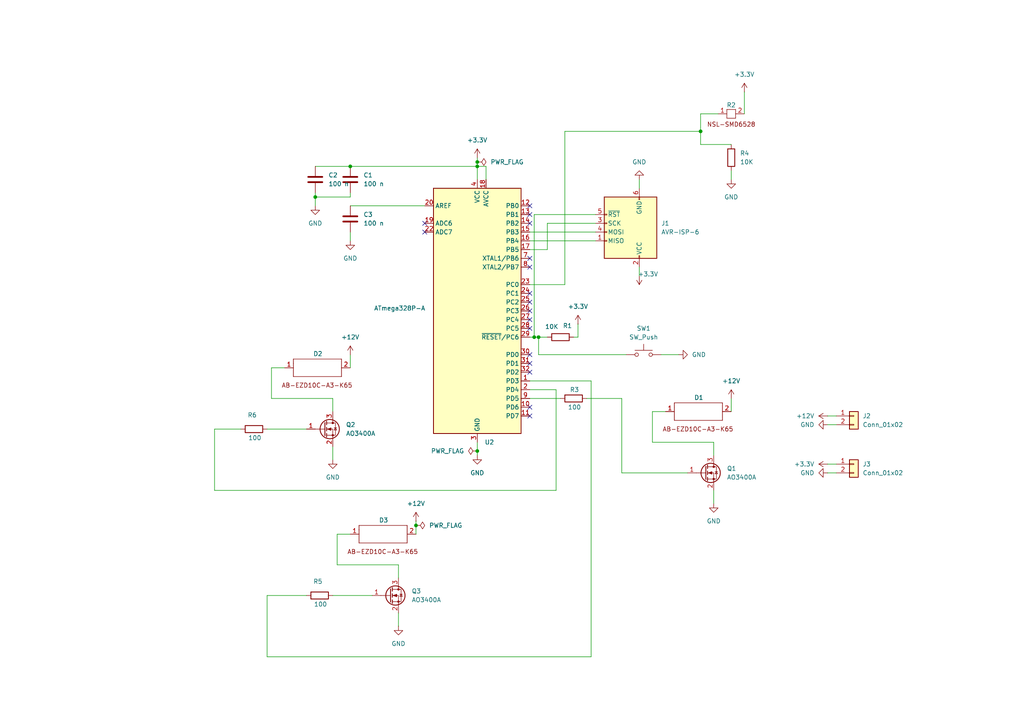
<source format=kicad_sch>
(kicad_sch (version 20250114) (generator "eeschema") (generator_version "9.0")
  (paper "A4")
  (lib_symbols
    (symbol "Connector:AVR-ISP-6" (pin_names (offset 1.016))
      (property "Reference" "J" (at -6.35 11.43 0))
      (property "Value" "AVR-ISP-6" (at 0 11.43 0))
      (symbol "AVR-ISP-6_0_1"
        (rectangle (start -2.667 10.16) (end -2.413 9.398))
        (rectangle (start -2.667 -6.858) (end -2.413 -7.62))
        (rectangle (start 7.62 10.16) (end -7.62 -7.62) (stroke (width 0.254)) (fill (type background)))
        (rectangle (start 7.62 5.207) (end 6.858 4.953))
        (rectangle (start 7.62 2.667) (end 6.858 2.413))
        (rectangle (start 7.62 0.127) (end 6.858 -0.127))
        (rectangle (start 7.62 -2.413) (end 6.858 -2.667))
      )
      (symbol "AVR-ISP-6_1_1"
        (pin passive line (at -2.54 12.7 270) (length 2.54) (name "VCC") (number "2"))
        (pin passive line (at -2.54 -10.16 90) (length 2.54) (name "GND") (number "6"))
        (pin passive line (at 10.16 5.08 180) (length 2.54) (name "MISO") (number "1"))
        (pin passive line (at 10.16 2.54 180) (length 2.54) (name "MOSI") (number "4"))
        (pin passive line (at 10.16 0 180) (length 2.54) (name "SCK") (number "3"))
        (pin passive line (at 10.16 -2.54 180) (length 2.54) (name "~{RST}") (number "5"))
      )
    )
    (symbol "Connector_Generic:Conn_01x02" (pin_names (offset 1.016) (hide yes))
      (property "Reference" "J" (at 0 2.54 0))
      (property "Value" "Conn_01x02" (at 0 -5.08 0))
      (symbol "Conn_01x02_1_1"
        (rectangle (start -1.27 1.27) (end 1.27 -3.81) (stroke (width 0.254)) (fill (type background)))
        (rectangle (start -1.27 0.127) (end 0 -0.127) (stroke (width 0.1524)))
        (rectangle (start -1.27 -2.413) (end 0 -2.667) (stroke (width 0.1524)))
        (pin passive line (at -5.08 0 0) (length 3.81) (name "Pin_1") (number "1"))
        (pin passive line (at -5.08 -2.54 0) (length 3.81) (name "Pin_2") (number "2"))
      )
    )
    (symbol "Device:C" (pin_numbers (hide yes)) (pin_names (offset 0.254))
      (property "Reference" "C" (at 0.635 2.54 0))
      (property "Value" "C" (at 0.635 -2.54 0))
      (symbol "C_0_1"
        (polyline (pts (xy -2.032 0.762) (xy 2.032 0.762)) (stroke (width 0.508)))
        (polyline (pts (xy -2.032 -0.762) (xy 2.032 -0.762)) (stroke (width 0.508)))
      )
      (symbol "C_1_1"
        (pin passive line (at 0 3.81 270) (length 2.794) (name "~") (number "1"))
        (pin passive line (at 0 -3.81 90) (length 2.794) (name "~") (number "2"))
      )
    )
    (symbol "Device:R" (pin_numbers (hide yes)) (pin_names (offset 0))
      (property "Reference" "R" (at 2.032 0 90))
      (property "Value" "R" (at 0 0 90))
      (symbol "R_0_1"
        (rectangle (start -1.016 -2.54) (end 1.016 2.54) (stroke (width 0.254)))
      )
      (symbol "R_1_1"
        (pin passive line (at 0 3.81 270) (length 1.27) (name "~") (number "1"))
        (pin passive line (at 0 -3.81 90) (length 1.27) (name "~") (number "2"))
      )
    )
    (symbol "MCU_Microchip_ATmega:ATmega328P-A"
      (property "Reference" "U" (at -12.7 36.83 0))
      (property "Value" "ATmega328P-A" (at 2.54 -36.83 0))
      (symbol "ATmega328P-A_0_1"
        (rectangle (start -12.7 -35.56) (end 12.7 35.56) (stroke (width 0.254)) (fill (type background)))
      )
      (symbol "ATmega328P-A_1_1"
        (pin passive line (at -15.24 30.48 0) (length 2.54) (name "AREF") (number "20"))
        (pin input line (at -15.24 25.4 0) (length 2.54) (name "ADC6") (number "19"))
        (pin input line (at -15.24 22.86 0) (length 2.54) (name "ADC7") (number "22"))
        (pin power_in line (at 0 38.1 270) (length 2.54) (name "VCC") (number "4"))
        (pin passive line (at 0 38.1 270) (length 2.54) (hide yes) (name "VCC") (number "6"))
        (pin passive line (at 0 -38.1 90) (length 2.54) (hide yes) (name "GND") (number "21"))
        (pin power_in line (at 0 -38.1 90) (length 2.54) (name "GND") (number "3"))
        (pin passive line (at 0 -38.1 90) (length 2.54) (hide yes) (name "GND") (number "5"))
        (pin power_in line (at 2.54 38.1 270) (length 2.54) (name "AVCC") (number "18"))
        (pin bidirectional line (at 15.24 30.48 180) (length 2.54) (name "PB0") (number "12"))
        (pin bidirectional line (at 15.24 27.94 180) (length 2.54) (name "PB1") (number "13"))
        (pin bidirectional line (at 15.24 25.4 180) (length 2.54) (name "PB2") (number "14"))
        (pin bidirectional line (at 15.24 22.86 180) (length 2.54) (name "PB3") (number "15"))
        (pin bidirectional line (at 15.24 20.32 180) (length 2.54) (name "PB4") (number "16"))
        (pin bidirectional line (at 15.24 17.78 180) (length 2.54) (name "PB5") (number "17"))
        (pin bidirectional line (at 15.24 15.24 180) (length 2.54) (name "XTAL1/PB6") (number "7"))
        (pin bidirectional line (at 15.24 12.7 180) (length 2.54) (name "XTAL2/PB7") (number "8"))
        (pin bidirectional line (at 15.24 7.62 180) (length 2.54) (name "PC0") (number "23"))
        (pin bidirectional line (at 15.24 5.08 180) (length 2.54) (name "PC1") (number "24"))
        (pin bidirectional line (at 15.24 2.54 180) (length 2.54) (name "PC2") (number "25"))
        (pin bidirectional line (at 15.24 0 180) (length 2.54) (name "PC3") (number "26"))
        (pin bidirectional line (at 15.24 -2.54 180) (length 2.54) (name "PC4") (number "27"))
        (pin bidirectional line (at 15.24 -5.08 180) (length 2.54) (name "PC5") (number "28"))
        (pin bidirectional line (at 15.24 -7.62 180) (length 2.54) (name "~{RESET}/PC6") (number "29"))
        (pin bidirectional line (at 15.24 -12.7 180) (length 2.54) (name "PD0") (number "30"))
        (pin bidirectional line (at 15.24 -15.24 180) (length 2.54) (name "PD1") (number "31"))
        (pin bidirectional line (at 15.24 -17.78 180) (length 2.54) (name "PD2") (number "32"))
        (pin bidirectional line (at 15.24 -20.32 180) (length 2.54) (name "PD3") (number "1"))
        (pin bidirectional line (at 15.24 -22.86 180) (length 2.54) (name "PD4") (number "2"))
        (pin bidirectional line (at 15.24 -25.4 180) (length 2.54) (name "PD5") (number "9"))
        (pin bidirectional line (at 15.24 -27.94 180) (length 2.54) (name "PD6") (number "10"))
        (pin bidirectional line (at 15.24 -30.48 180) (length 2.54) (name "PD7") (number "11"))
      )
    )
    (symbol "SkateboardF25LEDkicad_sym:AB-EZD10C-A3-K65"
      (property "Reference" "D" (at 0 0 0))
      (symbol "AB-EZD10C-A3-K65_0_1"
        (rectangle (start -7.6327 -1.27) (end -7.6073 -6.35))
        (rectangle (start -7.62 -1.27) (end 6.35 -1.27))
        (rectangle (start -7.62 -2.54) (end -7.62 -2.54))
        (rectangle (start -7.62 -2.54) (end -7.62 -2.54))
        (rectangle (start -7.62 -6.35) (end 6.35 -6.35))
        (rectangle (start 6.3246 -1.27) (end 6.35 -6.35))
      )
      (symbol "AB-EZD10C-A3-K65_1_1"
        (text "AB-EZD10C-A3-K65" (at -0.762 -8.89 0) (effects (font (size 1.27 1.27))))
        (pin passive line (at -10.16 -3.81 0) (length 2.54) (name "") (number "1"))
        (pin passive line (at 8.89 -3.81 180) (length 2.54) (name "") (number "2"))
      )
    )
    (symbol "SkateboardF25LEDkicad_sym:NSL-SMD6528"
      (property "Reference" "R" (at 0 0 0))
      (symbol "NSL-SMD6528_0_1"
        (rectangle (start -1.27 -1.27) (end -1.27 -3.81))
        (rectangle (start -1.27 -3.81) (end 1.27 -3.81))
        (rectangle (start 1.27 -1.27) (end -1.27 -1.27))
        (rectangle (start 1.27 -3.81) (end 1.27 -1.27))
      )
      (symbol "NSL-SMD6528_1_1"
        (text "NSL-SMD6528\n" (at 0 -5.588 0) (effects (font (size 1.27 1.27))))
        (pin passive line (at -3.81 -2.54 0) (length 2.54) (name "") (number "1"))
        (pin passive line (at 3.81 -2.54 180) (length 2.54) (name "") (number "2"))
      )
    )
    (symbol "Switch:SW_Push" (pin_numbers (hide yes)) (pin_names (offset 1.016) (hide yes))
      (property "Reference" "SW" (at 1.27 2.54 0))
      (property "Value" "SW_Push" (at 0 -1.524 0))
      (symbol "SW_Push_0_1"
        (circle (center -2.032 0) (radius 0.508))
        (polyline (pts (xy 0 1.27) (xy 0 3.048)))
        (circle (center 2.032 0) (radius 0.508))
        (polyline (pts (xy 2.54 1.27) (xy -2.54 1.27)))
        (pin passive line (at -5.08 0 0) (length 2.54) (name "1") (number "1"))
        (pin passive line (at 5.08 0 180) (length 2.54) (name "2") (number "2"))
      )
    )
    (symbol "Transistor_FET:AO3400A" (pin_names (offset 0) (hide yes))
      (property "Reference" "Q" (at 5.08 1.905 0))
      (property "Value" "AO3400A" (at 5.08 0 0))
      (symbol "AO3400A_0_1"
        (polyline (pts (xy 0.254 1.905) (xy 0.254 -1.905)) (stroke (width 0.254)))
        (polyline (pts (xy 0.254 0) (xy -2.54 0)))
        (polyline (pts (xy 0.762 2.286) (xy 0.762 1.27)) (stroke (width 0.254)))
        (polyline (pts (xy 0.762 0.508) (xy 0.762 -0.508)) (stroke (width 0.254)))
        (polyline (pts (xy 0.762 -1.27) (xy 0.762 -2.286)) (stroke (width 0.254)))
        (polyline (pts (xy 0.762 -1.778) (xy 3.302 -1.778) (xy 3.302 1.778) (xy 0.762 1.778)))
        (polyline (pts (xy 1.016 0) (xy 2.032 0.381) (xy 2.032 -0.381) (xy 1.016 0)) (fill (type outline)))
        (circle (center 1.651 0) (radius 2.794) (stroke (width 0.254)))
        (polyline (pts (xy 2.54 2.54) (xy 2.54 1.778)))
        (circle (center 2.54 1.778) (radius 0.254) (fill (type outline)))
        (circle (center 2.54 -1.778) (radius 0.254) (fill (type outline)))
        (polyline (pts (xy 2.54 -2.54) (xy 2.54 0) (xy 0.762 0)))
        (polyline (pts (xy 2.921 0.381) (xy 3.683 0.381)))
        (polyline (pts (xy 3.302 0.381) (xy 2.921 -0.254) (xy 3.683 -0.254) (xy 3.302 0.381)))
      )
      (symbol "AO3400A_1_1"
        (pin input line (at -5.08 0 0) (length 2.54) (name "G") (number "1"))
        (pin passive line (at 2.54 5.08 270) (length 2.54) (name "D") (number "3"))
        (pin passive line (at 2.54 -5.08 90) (length 2.54) (name "S") (number "2"))
      )
    )
    (symbol "power:+12V" (power) (pin_numbers (hide yes)) (pin_names (offset 0) (hide yes))
      (property "Value" "+12V" (at 0 3.556 0))
      (symbol "+12V_0_1"
        (polyline (pts (xy -0.762 1.27) (xy 0 2.54)))
        (polyline (pts (xy 0 2.54) (xy 0.762 1.27)))
        (polyline (pts (xy 0 0) (xy 0 2.54)))
      )
      (symbol "+12V_1_1"
        (pin power_in line (at 0 0 90) (length 0) (name "~") (number "1"))
      )
    )
    (symbol "power:+3.3V" (power) (pin_numbers (hide yes)) (pin_names (offset 0) (hide yes))
      (property "Value" "+3.3V" (at 0 3.556 0))
      (symbol "+3.3V_0_1"
        (polyline (pts (xy -0.762 1.27) (xy 0 2.54)))
        (polyline (pts (xy 0 2.54) (xy 0.762 1.27)))
        (polyline (pts (xy 0 0) (xy 0 2.54)))
      )
      (symbol "+3.3V_1_1"
        (pin power_in line (at 0 0 90) (length 0) (name "~") (number "1"))
      )
    )
    (symbol "power:GND" (power) (pin_numbers (hide yes)) (pin_names (offset 0) (hide yes))
      (property "Value" "GND" (at 0 -3.81 0))
      (symbol "GND_0_1"
        (polyline (pts (xy 0 0) (xy 0 -1.27) (xy 1.27 -1.27) (xy 0 -2.54) (xy -1.27 -1.27) (xy 0 -1.27)))
      )
      (symbol "GND_1_1"
        (pin power_in line (at 0 0 270) (length 0) (name "~") (number "1"))
      )
    )
    (symbol "power:PWR_FLAG" (power) (pin_numbers (hide yes)) (pin_names (offset 0) (hide yes))
      (property "Value" "PWR_FLAG" (at 0 3.81 0))
      (symbol "PWR_FLAG_0_0"
        (pin power_out line (at 0 0 90) (length 0) (name "~") (number "1"))
      )
      (symbol "PWR_FLAG_0_1"
        (polyline (pts (xy 0 0) (xy 0 1.27) (xy -1.016 1.905) (xy 0 2.54) (xy 1.016 1.905) (xy 0 1.27)))
      )
    )
  )
  (junction (at 156.21 97.79))
  (junction (at 101.6 48.26))
  (junction (at 154.94 97.79))
  (junction (at 138.43 46.99))
  (junction (at 138.43 130.81))
  (junction (at 91.44 57.15))
  (junction (at 120.65 152.4))
  (junction (at 138.43 48.26))
  (junction (at 203.2 38.1))
  (no_connect (at 153.67 107.95))
  (no_connect (at 153.67 77.47))
  (no_connect (at 153.67 62.23))
  (no_connect (at 153.67 105.41))
  (no_connect (at 153.67 90.17))
  (no_connect (at 153.67 74.93))
  (no_connect (at 153.67 85.09))
  (no_connect (at 153.67 95.25))
  (no_connect (at 153.67 120.65))
  (no_connect (at 153.67 87.63))
  (no_connect (at 153.67 64.77))
  (no_connect (at 153.67 92.71))
  (no_connect (at 153.67 118.11))
  (no_connect (at 153.67 102.87))
  (no_connect (at 123.19 64.77))
  (no_connect (at 123.19 67.31))
  (no_connect (at 153.67 59.69))
  (wire (pts (xy 138.43 48.26) (xy 140.97 48.26)))
  (wire (pts (xy 153.67 113.03) (xy 161.29 113.03)))
  (wire (pts (xy 138.43 45.72) (xy 138.43 46.99)))
  (wire (pts (xy 153.67 72.39) (xy 158.75 72.39)))
  (wire (pts (xy 185.42 52.07) (xy 185.42 54.61)))
  (wire (pts (xy 115.57 167.64) (xy 115.57 163.83)))
  (wire (pts (xy 163.83 38.1) (xy 203.2 38.1)))
  (wire (pts (xy 62.23 124.46) (xy 69.85 124.46)))
  (wire (pts (xy 78.74 106.68) (xy 82.55 106.68)))
  (wire (pts (xy 77.47 124.46) (xy 88.9 124.46)))
  (wire (pts (xy 91.44 48.26) (xy 101.6 48.26)))
  (wire (pts (xy 172.72 62.23) (xy 154.94 62.23)))
  (wire (pts (xy 96.52 119.38) (xy 96.52 115.57)))
  (wire (pts (xy 163.83 82.55) (xy 163.83 38.1)))
  (wire (pts (xy 96.52 115.57) (xy 78.74 115.57)))
  (wire (pts (xy 77.47 172.72) (xy 77.47 190.5)))
  (wire (pts (xy 153.67 97.79) (xy 154.94 97.79)))
  (wire (pts (xy 154.94 62.23) (xy 154.94 97.79)))
  (wire (pts (xy 77.47 190.5) (xy 171.45 190.5)))
  (wire (pts (xy 240.03 123.19) (xy 242.57 123.19)))
  (wire (pts (xy 240.03 120.65) (xy 242.57 120.65)))
  (wire (pts (xy 91.44 57.15) (xy 101.6 57.15)))
  (wire (pts (xy 101.6 102.87) (xy 101.6 106.68)))
  (wire (pts (xy 91.44 55.88) (xy 91.44 57.15)))
  (wire (pts (xy 158.75 72.39) (xy 158.75 64.77)))
  (wire (pts (xy 161.29 113.03) (xy 161.29 142.24)))
  (wire (pts (xy 207.01 142.24) (xy 207.01 146.05)))
  (wire (pts (xy 161.29 142.24) (xy 62.23 142.24)))
  (wire (pts (xy 153.67 115.57) (xy 162.56 115.57)))
  (wire (pts (xy 96.52 129.54) (xy 96.52 133.35)))
  (wire (pts (xy 189.23 119.38) (xy 193.04 119.38)))
  (wire (pts (xy 156.21 97.79) (xy 156.21 102.87)))
  (wire (pts (xy 62.23 142.24) (xy 62.23 124.46)))
  (wire (pts (xy 138.43 130.81) (xy 138.43 132.08)))
  (wire (pts (xy 158.75 64.77) (xy 172.72 64.77)))
  (wire (pts (xy 77.47 172.72) (xy 88.9 172.72)))
  (wire (pts (xy 203.2 38.1) (xy 203.2 41.91)))
  (wire (pts (xy 156.21 102.87) (xy 181.61 102.87)))
  (wire (pts (xy 120.65 152.4) (xy 120.65 154.94)))
  (wire (pts (xy 185.42 77.47) (xy 185.42 80.01)))
  (wire (pts (xy 153.67 110.49) (xy 171.45 110.49)))
  (wire (pts (xy 101.6 67.31) (xy 101.6 69.85)))
  (wire (pts (xy 153.67 82.55) (xy 163.83 82.55)))
  (wire (pts (xy 101.6 48.26) (xy 138.43 48.26)))
  (wire (pts (xy 154.94 97.79) (xy 156.21 97.79)))
  (wire (pts (xy 96.52 172.72) (xy 107.95 172.72)))
  (wire (pts (xy 97.79 154.94) (xy 101.6 154.94)))
  (wire (pts (xy 180.34 137.16) (xy 199.39 137.16)))
  (wire (pts (xy 167.64 93.98) (xy 167.64 97.79)))
  (wire (pts (xy 189.23 128.27) (xy 189.23 119.38)))
  (wire (pts (xy 91.44 57.15) (xy 91.44 59.69)))
  (wire (pts (xy 120.65 151.13) (xy 120.65 152.4)))
  (wire (pts (xy 208.28 33.02) (xy 203.2 33.02)))
  (wire (pts (xy 138.43 48.26) (xy 138.43 52.07)))
  (wire (pts (xy 240.03 137.16) (xy 242.57 137.16)))
  (wire (pts (xy 171.45 190.5) (xy 171.45 110.49)))
  (wire (pts (xy 101.6 55.88) (xy 101.6 57.15)))
  (wire (pts (xy 153.67 67.31) (xy 172.72 67.31)))
  (wire (pts (xy 115.57 163.83) (xy 97.79 163.83)))
  (wire (pts (xy 167.64 97.79) (xy 166.37 97.79)))
  (wire (pts (xy 207.01 128.27) (xy 189.23 128.27)))
  (wire (pts (xy 101.6 59.69) (xy 123.19 59.69)))
  (wire (pts (xy 97.79 163.83) (xy 97.79 154.94)))
  (wire (pts (xy 203.2 41.91) (xy 212.09 41.91)))
  (wire (pts (xy 138.43 46.99) (xy 138.43 48.26)))
  (wire (pts (xy 156.21 97.79) (xy 158.75 97.79)))
  (wire (pts (xy 240.03 134.62) (xy 242.57 134.62)))
  (wire (pts (xy 191.77 102.87) (xy 196.85 102.87)))
  (wire (pts (xy 180.34 115.57) (xy 170.18 115.57)))
  (wire (pts (xy 153.67 69.85) (xy 172.72 69.85)))
  (wire (pts (xy 115.57 177.8) (xy 115.57 181.61)))
  (wire (pts (xy 138.43 128.27) (xy 138.43 130.81)))
  (wire (pts (xy 180.34 137.16) (xy 180.34 115.57)))
  (wire (pts (xy 212.09 49.53) (xy 212.09 52.07)))
  (wire (pts (xy 140.97 52.07) (xy 140.97 48.26)))
  (wire (pts (xy 207.01 132.08) (xy 207.01 128.27)))
  (wire (pts (xy 212.09 115.57) (xy 212.09 119.38)))
  (wire (pts (xy 78.74 115.57) (xy 78.74 106.68)))
  (wire (pts (xy 203.2 33.02) (xy 203.2 38.1)))
  (wire (pts (xy 215.9 26.67) (xy 215.9 33.02)))
  (symbol (lib_id "power:+12V") (at 120.65 151.13 0) (unit 1)
    (property "Reference" "#PWR07" (effects (hide yes)))
    (property "Value" "+12V" (at 120.65 146.05 0))
    (property "Description" "Power symbol creates a global label with name \"+12V\"" (effects (hide yes)))
  )
  (symbol (lib_id "power:+3.3V") (at 138.43 45.72 0) (unit 1)
    (property "Reference" "#PWR02" (effects (hide yes)))
    (property "Value" "+3.3V" (at 138.43 40.64 0))
    (property "Description" "Power symbol creates a global label with name \"+3.3V\"" (effects (hide yes)))
  )
  (symbol (lib_id "power:+12V") (at 240.03 120.65 90) (unit 1)
    (property "Reference" "#PWR016" (effects (hide yes)))
    (property "Value" "+12V" (at 236.22 120.6499 90) (effects (justify left)))
    (property "Description" "Power symbol creates a global label with name \"+12V\"" (effects (hide yes)))
  )
  (symbol (lib_id "power:GND") (at 240.03 137.16 270) (unit 1)
    (property "Reference" "#PWR019" (effects (hide yes)))
    (property "Value" "GND" (at 236.22 137.1599 90) (effects (justify right)))
    (property "Description" "Power symbol creates a global label with name \"GND\" , ground" (effects (hide yes)))
  )
  (symbol (lib_id "SkateboardF25LEDkicad_sym:NSL-SMD6528") (at 212.09 30.48 0) (unit 1)
    (property "Reference" "R2" (at 212.09 30.48 0))
  )
  (symbol (lib_id "Device:C") (at 101.6 63.5 0) (unit 1)
    (property "Reference" "C3" (at 105.41 62.2299 0) (effects (justify left)))
    (property "Value" "100 n" (at 105.41 64.7699 0) (effects (justify left)))
    (property "Description" "Unpolarized capacitor" (effects (hide yes)))
  )
  (symbol (lib_id "Device:R") (at 162.56 97.79 90) (unit 1)
    (property "Reference" "R1" (at 164.592 94.488 90))
    (property "Value" "10K" (at 160.02 94.742 90))
    (property "Description" "Resistor" (effects (hide yes)))
  )
  (symbol (lib_id "power:PWR_FLAG") (at 138.43 46.99 270) (unit 1)
    (property "Reference" "#FLG01" (effects (hide yes)))
    (property "Value" "PWR_FLAG" (at 142.24 46.9899 90) (effects (justify left)))
    (property "Description" "Special symbol for telling ERC where power comes from" (effects (hide yes)))
  )
  (symbol (lib_id "power:GND") (at 91.44 59.69 0) (unit 1)
    (property "Reference" "#PWR03" (effects (hide yes)))
    (property "Value" "GND" (at 91.44 64.77 0))
    (property "Description" "Power symbol creates a global label with name \"GND\" , ground" (effects (hide yes)))
  )
  (symbol (lib_id "MCU_Microchip_ATmega:ATmega328P-A") (at 138.43 90.17 0) (unit 1)
    (property "Reference" "U2" (at 140.5733 128.27 0) (effects (justify left)))
    (property "Value" "ATmega328P-A" (at 108.458 89.408 0) (effects (justify left)))
    (property "Footprint" "Package_QFP:TQFP-32_7x7mm_P0.8mm" (effects (hide yes)))
    (property "Datasheet" "http://ww1.microchip.com/downloads/en/DeviceDoc/ATmega328_P%20AVR%20MCU%20with%20picoPower%20Technology%20Data%20Sheet%2040001984A.pdf" (effects (hide yes)))
    (property "Description" "20MHz, 32kB Flash, 2kB SRAM, 1kB EEPROM, TQFP-32" (effects (hide yes)))
  )
  (symbol (lib_id "power:PWR_FLAG") (at 120.65 152.4 270) (unit 1)
    (property "Reference" "#FLG05" (effects (hide yes)))
    (property "Value" "PWR_FLAG" (at 124.46 152.3999 90) (effects (justify left)))
    (property "Description" "Special symbol for telling ERC where power comes from" (effects (hide yes)))
  )
  (symbol (lib_id "power:GND") (at 240.03 123.19 270) (unit 1)
    (property "Reference" "#PWR017" (effects (hide yes)))
    (property "Value" "GND" (at 236.22 123.1899 90) (effects (justify right)))
    (property "Description" "Power symbol creates a global label with name \"GND\" , ground" (effects (hide yes)))
  )
  (symbol (lib_id "power:+3.3V") (at 215.9 26.67 0) (unit 1)
    (property "Reference" "#PWR011" (effects (hide yes)))
    (property "Value" "+3.3V" (at 215.9 21.59 0))
    (property "Description" "Power symbol creates a global label with name \"+3.3V\"" (effects (hide yes)))
  )
  (symbol (lib_id "Device:C") (at 101.6 52.07 0) (unit 1)
    (property "Reference" "C1" (at 105.41 50.7999 0) (effects (justify left)))
    (property "Value" "100 n" (at 105.41 53.3399 0) (effects (justify left)))
    (property "Description" "Unpolarized capacitor" (effects (hide yes)))
  )
  (symbol (lib_id "SkateboardF25LEDkicad_sym:AB-EZD10C-A3-K65") (at 92.71 102.87 0) (unit 1)
    (property "Reference" "D2" (at 92.202 102.616 0))
  )
  (symbol (lib_id "SkateboardF25LEDkicad_sym:AB-EZD10C-A3-K65") (at 111.76 151.13 0) (unit 1)
    (property "Reference" "D3" (at 111.252 150.876 0))
  )
  (symbol (lib_id "Transistor_FET:AO3400A") (at 113.03 172.72 0) (unit 1)
    (property "Reference" "Q3" (at 119.38 171.4499 0) (effects (justify left)))
    (property "Value" "AO3400A" (at 119.38 173.9899 0) (effects (justify left)))
    (property "Footprint" "Package_TO_SOT_SMD:SOT-23" (effects (hide yes)))
    (property "Datasheet" "http://www.aosmd.com/pdfs/datasheet/AO3400A.pdf" (effects (hide yes)))
    (property "Description" "30V Vds, 5.7A Id, N-Channel MOSFET, SOT-23" (effects (hide yes)))
  )
  (symbol (lib_id "power:+12V") (at 101.6 102.87 0) (unit 1)
    (property "Reference" "#PWR013" (effects (hide yes)))
    (property "Value" "+12V" (at 101.6 97.79 0))
    (property "Description" "Power symbol creates a global label with name \"+12V\"" (effects (hide yes)))
  )
  (symbol (lib_id "power:+3.3V") (at 185.42 80.01 180) (unit 1)
    (property "Reference" "#PWR06" (effects (hide yes)))
    (property "Value" "+3.3V" (at 187.96 79.502 0))
    (property "Description" "Power symbol creates a global label with name \"+3.3V\"" (effects (hide yes)))
  )
  (symbol (lib_id "Switch:SW_Push") (at 186.69 102.87 0) (unit 1)
    (property "Reference" "SW1" (at 186.69 95.25 0))
    (property "Value" "SW_Push" (at 186.69 97.79 0))
    (property "Description" "Push button switch, generic, two pins" (effects (hide yes)))
  )
  (symbol (lib_id "power:PWR_FLAG") (at 138.43 130.81 90) (unit 1)
    (property "Reference" "#FLG03" (effects (hide yes)))
    (property "Value" "PWR_FLAG" (at 134.62 130.8099 90) (effects (justify left)))
    (property "Description" "Special symbol for telling ERC where power comes from" (effects (hide yes)))
  )
  (symbol (lib_id "power:GND") (at 101.6 69.85 0) (unit 1)
    (property "Reference" "#PWR04" (effects (hide yes)))
    (property "Value" "GND" (at 101.6 74.93 0))
    (property "Description" "Power symbol creates a global label with name \"GND\" , ground" (effects (hide yes)))
  )
  (symbol (lib_id "Device:R") (at 92.71 172.72 90) (unit 1)
    (property "Reference" "R5" (at 92.202 168.656 90))
    (property "Value" "100" (at 92.964 175.26 90))
    (property "Description" "Resistor" (effects (hide yes)))
  )
  (symbol (lib_id "power:+12V") (at 212.09 115.57 0) (unit 1)
    (property "Reference" "#PWR010" (effects (hide yes)))
    (property "Value" "+12V" (at 212.09 110.49 0))
    (property "Description" "Power symbol creates a global label with name \"+12V\"" (effects (hide yes)))
  )
  (symbol (lib_id "Connector:AVR-ISP-6") (at 182.88 64.77 180) (unit 1)
    (property "Reference" "J1" (at 191.77 64.7699 0) (effects (justify right)))
    (property "Value" "AVR-ISP-6" (at 191.77 67.3099 0) (effects (justify right)))
    (property "Description" "Atmel 6-pin ISP connector" (effects (hide yes)))
  )
  (symbol (lib_id "power:GND") (at 138.43 132.08 0) (unit 1)
    (property "Reference" "#PWR01" (effects (hide yes)))
    (property "Value" "GND" (at 138.43 137.16 0))
    (property "Description" "Power symbol creates a global label with name \"GND\" , ground" (effects (hide yes)))
  )
  (symbol (lib_id "power:GND") (at 185.42 52.07 180) (unit 1)
    (property "Reference" "#PWR08" (effects (hide yes)))
    (property "Value" "GND" (at 185.42 46.99 0))
    (property "Description" "Power symbol creates a global label with name \"GND\" , ground" (effects (hide yes)))
  )
  (symbol (lib_id "power:GND") (at 96.52 133.35 0) (unit 1)
    (property "Reference" "#PWR014" (effects (hide yes)))
    (property "Value" "GND" (at 96.52 138.43 0))
    (property "Description" "Power symbol creates a global label with name \"GND\" , ground" (effects (hide yes)))
  )
  (symbol (lib_id "Device:C") (at 91.44 52.07 0) (unit 1)
    (property "Reference" "C2" (at 95.25 50.7999 0) (effects (justify left)))
    (property "Value" "100 n" (at 95.25 53.3399 0) (effects (justify left)))
    (property "Description" "Unpolarized capacitor" (effects (hide yes)))
  )
  (symbol (lib_id "Device:R") (at 166.37 115.57 90) (unit 1)
    (property "Reference" "R3" (at 166.624 113.03 90))
    (property "Value" "100" (at 166.624 118.11 90))
    (property "Description" "Resistor" (effects (hide yes)))
  )
  (symbol (lib_id "Device:R") (at 212.09 45.72 0) (unit 1)
    (property "Reference" "R4" (at 214.63 44.4499 0) (effects (justify left)))
    (property "Value" "10K" (at 214.63 46.9899 0) (effects (justify left)))
    (property "Description" "Resistor" (effects (hide yes)))
  )
  (symbol (lib_id "power:+3.3V") (at 167.64 93.98 0) (unit 1)
    (property "Reference" "#PWR05" (effects (hide yes)))
    (property "Value" "+3.3V" (at 167.64 88.9 0))
    (property "Description" "Power symbol creates a global label with name \"+3.3V\"" (effects (hide yes)))
  )
  (symbol (lib_id "Connector_Generic:Conn_01x02") (at 247.65 134.62 0) (unit 1)
    (property "Reference" "J3" (at 250.19 134.6199 0) (effects (justify left)))
    (property "Value" "Conn_01x02" (at 250.19 137.1599 0) (effects (justify left)))
    (property "Description" "Generic connector, single row, 01x02, script generated (kicad-library-utils/schlib/autogen/connector/)" (effects (hide yes)))
  )
  (symbol (lib_id "Transistor_FET:AO3400A") (at 93.98 124.46 0) (unit 1)
    (property "Reference" "Q2" (at 100.33 123.1899 0) (effects (justify left)))
    (property "Value" "AO3400A" (at 100.33 125.7299 0) (effects (justify left)))
    (property "Footprint" "Package_TO_SOT_SMD:SOT-23" (effects (hide yes)))
    (property "Datasheet" "http://www.aosmd.com/pdfs/datasheet/AO3400A.pdf" (effects (hide yes)))
    (property "Description" "30V Vds, 5.7A Id, N-Channel MOSFET, SOT-23" (effects (hide yes)))
  )
  (symbol (lib_id "power:GND") (at 115.57 181.61 0) (unit 1)
    (property "Reference" "#PWR015" (effects (hide yes)))
    (property "Value" "GND" (at 115.57 186.69 0))
    (property "Description" "Power symbol creates a global label with name \"GND\" , ground" (effects (hide yes)))
  )
  (symbol (lib_id "power:GND") (at 196.85 102.87 90) (unit 1)
    (property "Reference" "#PWR020" (effects (hide yes)))
    (property "Value" "GND" (at 200.66 102.8699 90) (effects (justify right)))
    (property "Description" "Power symbol creates a global label with name \"GND\" , ground" (effects (hide yes)))
  )
  (symbol (lib_id "power:GND") (at 207.01 146.05 0) (unit 1)
    (property "Reference" "#PWR09" (effects (hide yes)))
    (property "Value" "GND" (at 207.01 151.13 0))
    (property "Description" "Power symbol creates a global label with name \"GND\" , ground" (effects (hide yes)))
  )
  (symbol (lib_id "power:+3.3V") (at 240.03 134.62 90) (unit 1)
    (property "Reference" "#PWR018" (effects (hide yes)))
    (property "Value" "+3.3V" (at 236.22 134.6199 90) (effects (justify left)))
    (property "Description" "Power symbol creates a global label with name \"+3.3V\"" (effects (hide yes)))
  )
  (symbol (lib_id "power:GND") (at 212.09 52.07 0) (unit 1)
    (property "Reference" "#PWR012" (effects (hide yes)))
    (property "Value" "GND" (at 212.09 57.15 0))
    (property "Description" "Power symbol creates a global label with name \"GND\" , ground" (effects (hide yes)))
  )
  (symbol (lib_id "SkateboardF25LEDkicad_sym:AB-EZD10C-A3-K65") (at 203.2 115.57 0) (unit 1)
    (property "Reference" "D1" (at 202.692 115.316 0))
  )
  (symbol (lib_id "Transistor_FET:AO3400A") (at 204.47 137.16 0) (unit 1)
    (property "Reference" "Q1" (at 210.82 135.8899 0) (effects (justify left)))
    (property "Value" "AO3400A" (at 210.82 138.4299 0) (effects (justify left)))
    (property "Footprint" "Package_TO_SOT_SMD:SOT-23" (effects (hide yes)))
    (property "Datasheet" "http://www.aosmd.com/pdfs/datasheet/AO3400A.pdf" (effects (hide yes)))
    (property "Description" "30V Vds, 5.7A Id, N-Channel MOSFET, SOT-23" (effects (hide yes)))
  )
  (symbol (lib_id "Device:R") (at 73.66 124.46 90) (unit 1)
    (property "Reference" "R6" (at 73.152 120.396 90))
    (property "Value" "100" (at 73.914 127 90))
    (property "Description" "Resistor" (effects (hide yes)))
  )
  (symbol (lib_id "Connector_Generic:Conn_01x02") (at 247.65 120.65 0) (unit 1)
    (property "Reference" "J2" (at 250.19 120.6499 0) (effects (justify left)))
    (property "Value" "Conn_01x02" (at 250.19 123.1899 0) (effects (justify left)))
    (property "Description" "Generic connector, single row, 01x02, script generated (kicad-library-utils/schlib/autogen/connector/)" (effects (hide yes)))
  )
)
</source>
